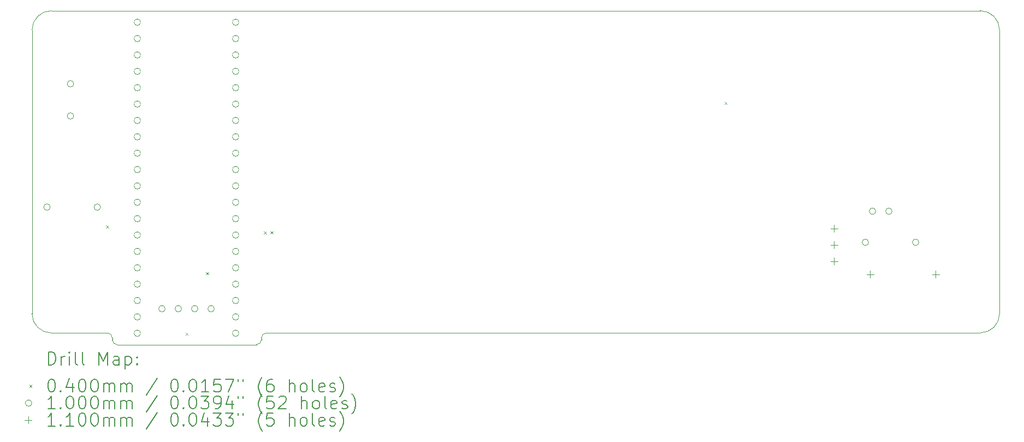
<source format=gbr>
%FSLAX45Y45*%
G04 Gerber Fmt 4.5, Leading zero omitted, Abs format (unit mm)*
G04 Created by KiCad (PCBNEW (6.0.1-0)) date 2023-03-21 08:55:24*
%MOMM*%
%LPD*%
G01*
G04 APERTURE LIST*
%TA.AperFunction,Profile*%
%ADD10C,0.050000*%
%TD*%
%ADD11C,0.200000*%
%ADD12C,0.040000*%
%ADD13C,0.100000*%
%ADD14C,0.110000*%
G04 APERTURE END LIST*
D10*
X6477000Y-9399000D02*
X6477000Y-4999000D01*
X7645400Y-9699000D02*
X6777000Y-9699000D01*
X6777000Y-4699000D02*
X21177000Y-4699000D01*
X6777000Y-4699000D02*
G75*
G03*
X6477000Y-4999000I0J-300000D01*
G01*
X9956800Y-9880600D02*
G75*
G03*
X10033000Y-9804400I0J76200D01*
G01*
X10033000Y-9804400D02*
X10033000Y-9775200D01*
X7797800Y-9880600D02*
X9956800Y-9880600D01*
X21177000Y-9699000D02*
X10109200Y-9699000D01*
X10109200Y-9699000D02*
G75*
G03*
X10033000Y-9775200I0J-76200D01*
G01*
X21477000Y-4999000D02*
G75*
G03*
X21177000Y-4699000I-300000J0D01*
G01*
X21177000Y-9699000D02*
G75*
G03*
X21477000Y-9399000I0J300000D01*
G01*
X6477000Y-9399000D02*
G75*
G03*
X6777000Y-9699000I300000J0D01*
G01*
X21477000Y-4999000D02*
X21477000Y-9399000D01*
X7721600Y-9804400D02*
G75*
G03*
X7797800Y-9880600I76200J0D01*
G01*
X7721600Y-9775200D02*
G75*
G03*
X7645400Y-9699000I-76200J0D01*
G01*
X7721600Y-9775200D02*
X7721600Y-9804400D01*
D11*
D12*
X7625400Y-8031800D02*
X7665400Y-8071800D01*
X7665400Y-8031800D02*
X7625400Y-8071800D01*
X8857300Y-9695500D02*
X8897300Y-9735500D01*
X8897300Y-9695500D02*
X8857300Y-9735500D01*
X9174800Y-8755700D02*
X9214800Y-8795700D01*
X9214800Y-8755700D02*
X9174800Y-8795700D01*
X10074445Y-8123720D02*
X10114445Y-8163720D01*
X10114445Y-8123720D02*
X10074445Y-8163720D01*
X10174340Y-8120403D02*
X10214340Y-8160403D01*
X10214340Y-8120403D02*
X10174340Y-8160403D01*
X17213900Y-6114100D02*
X17253900Y-6154100D01*
X17253900Y-6114100D02*
X17213900Y-6154100D01*
D13*
X6759300Y-7747000D02*
G75*
G03*
X6759300Y-7747000I-50000J0D01*
G01*
X7123900Y-5833078D02*
G75*
G03*
X7123900Y-5833078I-50000J0D01*
G01*
X7123900Y-6333078D02*
G75*
G03*
X7123900Y-6333078I-50000J0D01*
G01*
X7539300Y-7747000D02*
G75*
G03*
X7539300Y-7747000I-50000J0D01*
G01*
X8160000Y-4876800D02*
G75*
G03*
X8160000Y-4876800I-50000J0D01*
G01*
X8160000Y-5130800D02*
G75*
G03*
X8160000Y-5130800I-50000J0D01*
G01*
X8160000Y-5384800D02*
G75*
G03*
X8160000Y-5384800I-50000J0D01*
G01*
X8160000Y-5638800D02*
G75*
G03*
X8160000Y-5638800I-50000J0D01*
G01*
X8160000Y-5892800D02*
G75*
G03*
X8160000Y-5892800I-50000J0D01*
G01*
X8160000Y-6146800D02*
G75*
G03*
X8160000Y-6146800I-50000J0D01*
G01*
X8160000Y-6400800D02*
G75*
G03*
X8160000Y-6400800I-50000J0D01*
G01*
X8160000Y-6654800D02*
G75*
G03*
X8160000Y-6654800I-50000J0D01*
G01*
X8160000Y-6908800D02*
G75*
G03*
X8160000Y-6908800I-50000J0D01*
G01*
X8160000Y-7162800D02*
G75*
G03*
X8160000Y-7162800I-50000J0D01*
G01*
X8160000Y-7416800D02*
G75*
G03*
X8160000Y-7416800I-50000J0D01*
G01*
X8160000Y-7670800D02*
G75*
G03*
X8160000Y-7670800I-50000J0D01*
G01*
X8160000Y-7924800D02*
G75*
G03*
X8160000Y-7924800I-50000J0D01*
G01*
X8160000Y-8178800D02*
G75*
G03*
X8160000Y-8178800I-50000J0D01*
G01*
X8160000Y-8432800D02*
G75*
G03*
X8160000Y-8432800I-50000J0D01*
G01*
X8160000Y-8686800D02*
G75*
G03*
X8160000Y-8686800I-50000J0D01*
G01*
X8160000Y-8940800D02*
G75*
G03*
X8160000Y-8940800I-50000J0D01*
G01*
X8160000Y-9194800D02*
G75*
G03*
X8160000Y-9194800I-50000J0D01*
G01*
X8160000Y-9448800D02*
G75*
G03*
X8160000Y-9448800I-50000J0D01*
G01*
X8160000Y-9702800D02*
G75*
G03*
X8160000Y-9702800I-50000J0D01*
G01*
X8541200Y-9321700D02*
G75*
G03*
X8541200Y-9321700I-50000J0D01*
G01*
X8795200Y-9321700D02*
G75*
G03*
X8795200Y-9321700I-50000J0D01*
G01*
X9049200Y-9321700D02*
G75*
G03*
X9049200Y-9321700I-50000J0D01*
G01*
X9303200Y-9321700D02*
G75*
G03*
X9303200Y-9321700I-50000J0D01*
G01*
X9684000Y-4876800D02*
G75*
G03*
X9684000Y-4876800I-50000J0D01*
G01*
X9684000Y-5130800D02*
G75*
G03*
X9684000Y-5130800I-50000J0D01*
G01*
X9684000Y-5384800D02*
G75*
G03*
X9684000Y-5384800I-50000J0D01*
G01*
X9684000Y-5638800D02*
G75*
G03*
X9684000Y-5638800I-50000J0D01*
G01*
X9684000Y-5892800D02*
G75*
G03*
X9684000Y-5892800I-50000J0D01*
G01*
X9684000Y-6146800D02*
G75*
G03*
X9684000Y-6146800I-50000J0D01*
G01*
X9684000Y-6400800D02*
G75*
G03*
X9684000Y-6400800I-50000J0D01*
G01*
X9684000Y-6654800D02*
G75*
G03*
X9684000Y-6654800I-50000J0D01*
G01*
X9684000Y-6908800D02*
G75*
G03*
X9684000Y-6908800I-50000J0D01*
G01*
X9684000Y-7162800D02*
G75*
G03*
X9684000Y-7162800I-50000J0D01*
G01*
X9684000Y-7416800D02*
G75*
G03*
X9684000Y-7416800I-50000J0D01*
G01*
X9684000Y-7670800D02*
G75*
G03*
X9684000Y-7670800I-50000J0D01*
G01*
X9684000Y-7924800D02*
G75*
G03*
X9684000Y-7924800I-50000J0D01*
G01*
X9684000Y-8178800D02*
G75*
G03*
X9684000Y-8178800I-50000J0D01*
G01*
X9684000Y-8432800D02*
G75*
G03*
X9684000Y-8432800I-50000J0D01*
G01*
X9684000Y-8686800D02*
G75*
G03*
X9684000Y-8686800I-50000J0D01*
G01*
X9684000Y-8940800D02*
G75*
G03*
X9684000Y-8940800I-50000J0D01*
G01*
X9684000Y-9194800D02*
G75*
G03*
X9684000Y-9194800I-50000J0D01*
G01*
X9684000Y-9448800D02*
G75*
G03*
X9684000Y-9448800I-50000J0D01*
G01*
X9684000Y-9702800D02*
G75*
G03*
X9684000Y-9702800I-50000J0D01*
G01*
X19446600Y-8293100D02*
G75*
G03*
X19446600Y-8293100I-50000J0D01*
G01*
X19556700Y-7810500D02*
G75*
G03*
X19556700Y-7810500I-50000J0D01*
G01*
X19810700Y-7810500D02*
G75*
G03*
X19810700Y-7810500I-50000J0D01*
G01*
X20226600Y-8293100D02*
G75*
G03*
X20226600Y-8293100I-50000J0D01*
G01*
D14*
X18910300Y-8022200D02*
X18910300Y-8132200D01*
X18855300Y-8077200D02*
X18965300Y-8077200D01*
X18910300Y-8276200D02*
X18910300Y-8386200D01*
X18855300Y-8331200D02*
X18965300Y-8331200D01*
X18910300Y-8530200D02*
X18910300Y-8640200D01*
X18855300Y-8585200D02*
X18965300Y-8585200D01*
X19469100Y-8733400D02*
X19469100Y-8843400D01*
X19414100Y-8788400D02*
X19524100Y-8788400D01*
X20485100Y-8733400D02*
X20485100Y-8843400D01*
X20430100Y-8788400D02*
X20540100Y-8788400D01*
D11*
X6732119Y-10193576D02*
X6732119Y-9993576D01*
X6779738Y-9993576D01*
X6808309Y-10003100D01*
X6827357Y-10022148D01*
X6836881Y-10041195D01*
X6846405Y-10079290D01*
X6846405Y-10107862D01*
X6836881Y-10145957D01*
X6827357Y-10165005D01*
X6808309Y-10184052D01*
X6779738Y-10193576D01*
X6732119Y-10193576D01*
X6932119Y-10193576D02*
X6932119Y-10060243D01*
X6932119Y-10098338D02*
X6941643Y-10079290D01*
X6951167Y-10069767D01*
X6970214Y-10060243D01*
X6989262Y-10060243D01*
X7055928Y-10193576D02*
X7055928Y-10060243D01*
X7055928Y-9993576D02*
X7046405Y-10003100D01*
X7055928Y-10012624D01*
X7065452Y-10003100D01*
X7055928Y-9993576D01*
X7055928Y-10012624D01*
X7179738Y-10193576D02*
X7160690Y-10184052D01*
X7151167Y-10165005D01*
X7151167Y-9993576D01*
X7284500Y-10193576D02*
X7265452Y-10184052D01*
X7255928Y-10165005D01*
X7255928Y-9993576D01*
X7513071Y-10193576D02*
X7513071Y-9993576D01*
X7579738Y-10136433D01*
X7646405Y-9993576D01*
X7646405Y-10193576D01*
X7827357Y-10193576D02*
X7827357Y-10088814D01*
X7817833Y-10069767D01*
X7798786Y-10060243D01*
X7760690Y-10060243D01*
X7741643Y-10069767D01*
X7827357Y-10184052D02*
X7808309Y-10193576D01*
X7760690Y-10193576D01*
X7741643Y-10184052D01*
X7732119Y-10165005D01*
X7732119Y-10145957D01*
X7741643Y-10126910D01*
X7760690Y-10117386D01*
X7808309Y-10117386D01*
X7827357Y-10107862D01*
X7922595Y-10060243D02*
X7922595Y-10260243D01*
X7922595Y-10069767D02*
X7941643Y-10060243D01*
X7979738Y-10060243D01*
X7998786Y-10069767D01*
X8008309Y-10079290D01*
X8017833Y-10098338D01*
X8017833Y-10155481D01*
X8008309Y-10174529D01*
X7998786Y-10184052D01*
X7979738Y-10193576D01*
X7941643Y-10193576D01*
X7922595Y-10184052D01*
X8103548Y-10174529D02*
X8113071Y-10184052D01*
X8103548Y-10193576D01*
X8094024Y-10184052D01*
X8103548Y-10174529D01*
X8103548Y-10193576D01*
X8103548Y-10069767D02*
X8113071Y-10079290D01*
X8103548Y-10088814D01*
X8094024Y-10079290D01*
X8103548Y-10069767D01*
X8103548Y-10088814D01*
D12*
X6434500Y-10503100D02*
X6474500Y-10543100D01*
X6474500Y-10503100D02*
X6434500Y-10543100D01*
D11*
X6770214Y-10413576D02*
X6789262Y-10413576D01*
X6808309Y-10423100D01*
X6817833Y-10432624D01*
X6827357Y-10451671D01*
X6836881Y-10489767D01*
X6836881Y-10537386D01*
X6827357Y-10575481D01*
X6817833Y-10594529D01*
X6808309Y-10604052D01*
X6789262Y-10613576D01*
X6770214Y-10613576D01*
X6751167Y-10604052D01*
X6741643Y-10594529D01*
X6732119Y-10575481D01*
X6722595Y-10537386D01*
X6722595Y-10489767D01*
X6732119Y-10451671D01*
X6741643Y-10432624D01*
X6751167Y-10423100D01*
X6770214Y-10413576D01*
X6922595Y-10594529D02*
X6932119Y-10604052D01*
X6922595Y-10613576D01*
X6913071Y-10604052D01*
X6922595Y-10594529D01*
X6922595Y-10613576D01*
X7103548Y-10480243D02*
X7103548Y-10613576D01*
X7055928Y-10404052D02*
X7008309Y-10546910D01*
X7132119Y-10546910D01*
X7246405Y-10413576D02*
X7265452Y-10413576D01*
X7284500Y-10423100D01*
X7294024Y-10432624D01*
X7303548Y-10451671D01*
X7313071Y-10489767D01*
X7313071Y-10537386D01*
X7303548Y-10575481D01*
X7294024Y-10594529D01*
X7284500Y-10604052D01*
X7265452Y-10613576D01*
X7246405Y-10613576D01*
X7227357Y-10604052D01*
X7217833Y-10594529D01*
X7208309Y-10575481D01*
X7198786Y-10537386D01*
X7198786Y-10489767D01*
X7208309Y-10451671D01*
X7217833Y-10432624D01*
X7227357Y-10423100D01*
X7246405Y-10413576D01*
X7436881Y-10413576D02*
X7455928Y-10413576D01*
X7474976Y-10423100D01*
X7484500Y-10432624D01*
X7494024Y-10451671D01*
X7503548Y-10489767D01*
X7503548Y-10537386D01*
X7494024Y-10575481D01*
X7484500Y-10594529D01*
X7474976Y-10604052D01*
X7455928Y-10613576D01*
X7436881Y-10613576D01*
X7417833Y-10604052D01*
X7408309Y-10594529D01*
X7398786Y-10575481D01*
X7389262Y-10537386D01*
X7389262Y-10489767D01*
X7398786Y-10451671D01*
X7408309Y-10432624D01*
X7417833Y-10423100D01*
X7436881Y-10413576D01*
X7589262Y-10613576D02*
X7589262Y-10480243D01*
X7589262Y-10499290D02*
X7598786Y-10489767D01*
X7617833Y-10480243D01*
X7646405Y-10480243D01*
X7665452Y-10489767D01*
X7674976Y-10508814D01*
X7674976Y-10613576D01*
X7674976Y-10508814D02*
X7684500Y-10489767D01*
X7703548Y-10480243D01*
X7732119Y-10480243D01*
X7751167Y-10489767D01*
X7760690Y-10508814D01*
X7760690Y-10613576D01*
X7855928Y-10613576D02*
X7855928Y-10480243D01*
X7855928Y-10499290D02*
X7865452Y-10489767D01*
X7884500Y-10480243D01*
X7913071Y-10480243D01*
X7932119Y-10489767D01*
X7941643Y-10508814D01*
X7941643Y-10613576D01*
X7941643Y-10508814D02*
X7951167Y-10489767D01*
X7970214Y-10480243D01*
X7998786Y-10480243D01*
X8017833Y-10489767D01*
X8027357Y-10508814D01*
X8027357Y-10613576D01*
X8417833Y-10404052D02*
X8246405Y-10661195D01*
X8674976Y-10413576D02*
X8694024Y-10413576D01*
X8713071Y-10423100D01*
X8722595Y-10432624D01*
X8732119Y-10451671D01*
X8741643Y-10489767D01*
X8741643Y-10537386D01*
X8732119Y-10575481D01*
X8722595Y-10594529D01*
X8713071Y-10604052D01*
X8694024Y-10613576D01*
X8674976Y-10613576D01*
X8655929Y-10604052D01*
X8646405Y-10594529D01*
X8636881Y-10575481D01*
X8627357Y-10537386D01*
X8627357Y-10489767D01*
X8636881Y-10451671D01*
X8646405Y-10432624D01*
X8655929Y-10423100D01*
X8674976Y-10413576D01*
X8827357Y-10594529D02*
X8836881Y-10604052D01*
X8827357Y-10613576D01*
X8817833Y-10604052D01*
X8827357Y-10594529D01*
X8827357Y-10613576D01*
X8960690Y-10413576D02*
X8979738Y-10413576D01*
X8998786Y-10423100D01*
X9008310Y-10432624D01*
X9017833Y-10451671D01*
X9027357Y-10489767D01*
X9027357Y-10537386D01*
X9017833Y-10575481D01*
X9008310Y-10594529D01*
X8998786Y-10604052D01*
X8979738Y-10613576D01*
X8960690Y-10613576D01*
X8941643Y-10604052D01*
X8932119Y-10594529D01*
X8922595Y-10575481D01*
X8913071Y-10537386D01*
X8913071Y-10489767D01*
X8922595Y-10451671D01*
X8932119Y-10432624D01*
X8941643Y-10423100D01*
X8960690Y-10413576D01*
X9217833Y-10613576D02*
X9103548Y-10613576D01*
X9160690Y-10613576D02*
X9160690Y-10413576D01*
X9141643Y-10442148D01*
X9122595Y-10461195D01*
X9103548Y-10470719D01*
X9398786Y-10413576D02*
X9303548Y-10413576D01*
X9294024Y-10508814D01*
X9303548Y-10499290D01*
X9322595Y-10489767D01*
X9370214Y-10489767D01*
X9389262Y-10499290D01*
X9398786Y-10508814D01*
X9408310Y-10527862D01*
X9408310Y-10575481D01*
X9398786Y-10594529D01*
X9389262Y-10604052D01*
X9370214Y-10613576D01*
X9322595Y-10613576D01*
X9303548Y-10604052D01*
X9294024Y-10594529D01*
X9474976Y-10413576D02*
X9608310Y-10413576D01*
X9522595Y-10613576D01*
X9674976Y-10413576D02*
X9674976Y-10451671D01*
X9751167Y-10413576D02*
X9751167Y-10451671D01*
X10046405Y-10689767D02*
X10036881Y-10680243D01*
X10017833Y-10651671D01*
X10008310Y-10632624D01*
X9998786Y-10604052D01*
X9989262Y-10556433D01*
X9989262Y-10518338D01*
X9998786Y-10470719D01*
X10008310Y-10442148D01*
X10017833Y-10423100D01*
X10036881Y-10394529D01*
X10046405Y-10385005D01*
X10208310Y-10413576D02*
X10170214Y-10413576D01*
X10151167Y-10423100D01*
X10141643Y-10432624D01*
X10122595Y-10461195D01*
X10113071Y-10499290D01*
X10113071Y-10575481D01*
X10122595Y-10594529D01*
X10132119Y-10604052D01*
X10151167Y-10613576D01*
X10189262Y-10613576D01*
X10208310Y-10604052D01*
X10217833Y-10594529D01*
X10227357Y-10575481D01*
X10227357Y-10527862D01*
X10217833Y-10508814D01*
X10208310Y-10499290D01*
X10189262Y-10489767D01*
X10151167Y-10489767D01*
X10132119Y-10499290D01*
X10122595Y-10508814D01*
X10113071Y-10527862D01*
X10465452Y-10613576D02*
X10465452Y-10413576D01*
X10551167Y-10613576D02*
X10551167Y-10508814D01*
X10541643Y-10489767D01*
X10522595Y-10480243D01*
X10494024Y-10480243D01*
X10474976Y-10489767D01*
X10465452Y-10499290D01*
X10674976Y-10613576D02*
X10655929Y-10604052D01*
X10646405Y-10594529D01*
X10636881Y-10575481D01*
X10636881Y-10518338D01*
X10646405Y-10499290D01*
X10655929Y-10489767D01*
X10674976Y-10480243D01*
X10703548Y-10480243D01*
X10722595Y-10489767D01*
X10732119Y-10499290D01*
X10741643Y-10518338D01*
X10741643Y-10575481D01*
X10732119Y-10594529D01*
X10722595Y-10604052D01*
X10703548Y-10613576D01*
X10674976Y-10613576D01*
X10855929Y-10613576D02*
X10836881Y-10604052D01*
X10827357Y-10585005D01*
X10827357Y-10413576D01*
X11008310Y-10604052D02*
X10989262Y-10613576D01*
X10951167Y-10613576D01*
X10932119Y-10604052D01*
X10922595Y-10585005D01*
X10922595Y-10508814D01*
X10932119Y-10489767D01*
X10951167Y-10480243D01*
X10989262Y-10480243D01*
X11008310Y-10489767D01*
X11017833Y-10508814D01*
X11017833Y-10527862D01*
X10922595Y-10546910D01*
X11094024Y-10604052D02*
X11113071Y-10613576D01*
X11151167Y-10613576D01*
X11170214Y-10604052D01*
X11179738Y-10585005D01*
X11179738Y-10575481D01*
X11170214Y-10556433D01*
X11151167Y-10546910D01*
X11122595Y-10546910D01*
X11103548Y-10537386D01*
X11094024Y-10518338D01*
X11094024Y-10508814D01*
X11103548Y-10489767D01*
X11122595Y-10480243D01*
X11151167Y-10480243D01*
X11170214Y-10489767D01*
X11246405Y-10689767D02*
X11255928Y-10680243D01*
X11274976Y-10651671D01*
X11284500Y-10632624D01*
X11294024Y-10604052D01*
X11303548Y-10556433D01*
X11303548Y-10518338D01*
X11294024Y-10470719D01*
X11284500Y-10442148D01*
X11274976Y-10423100D01*
X11255928Y-10394529D01*
X11246405Y-10385005D01*
D13*
X6474500Y-10787100D02*
G75*
G03*
X6474500Y-10787100I-50000J0D01*
G01*
D11*
X6836881Y-10877576D02*
X6722595Y-10877576D01*
X6779738Y-10877576D02*
X6779738Y-10677576D01*
X6760690Y-10706148D01*
X6741643Y-10725195D01*
X6722595Y-10734719D01*
X6922595Y-10858529D02*
X6932119Y-10868052D01*
X6922595Y-10877576D01*
X6913071Y-10868052D01*
X6922595Y-10858529D01*
X6922595Y-10877576D01*
X7055928Y-10677576D02*
X7074976Y-10677576D01*
X7094024Y-10687100D01*
X7103548Y-10696624D01*
X7113071Y-10715671D01*
X7122595Y-10753767D01*
X7122595Y-10801386D01*
X7113071Y-10839481D01*
X7103548Y-10858529D01*
X7094024Y-10868052D01*
X7074976Y-10877576D01*
X7055928Y-10877576D01*
X7036881Y-10868052D01*
X7027357Y-10858529D01*
X7017833Y-10839481D01*
X7008309Y-10801386D01*
X7008309Y-10753767D01*
X7017833Y-10715671D01*
X7027357Y-10696624D01*
X7036881Y-10687100D01*
X7055928Y-10677576D01*
X7246405Y-10677576D02*
X7265452Y-10677576D01*
X7284500Y-10687100D01*
X7294024Y-10696624D01*
X7303548Y-10715671D01*
X7313071Y-10753767D01*
X7313071Y-10801386D01*
X7303548Y-10839481D01*
X7294024Y-10858529D01*
X7284500Y-10868052D01*
X7265452Y-10877576D01*
X7246405Y-10877576D01*
X7227357Y-10868052D01*
X7217833Y-10858529D01*
X7208309Y-10839481D01*
X7198786Y-10801386D01*
X7198786Y-10753767D01*
X7208309Y-10715671D01*
X7217833Y-10696624D01*
X7227357Y-10687100D01*
X7246405Y-10677576D01*
X7436881Y-10677576D02*
X7455928Y-10677576D01*
X7474976Y-10687100D01*
X7484500Y-10696624D01*
X7494024Y-10715671D01*
X7503548Y-10753767D01*
X7503548Y-10801386D01*
X7494024Y-10839481D01*
X7484500Y-10858529D01*
X7474976Y-10868052D01*
X7455928Y-10877576D01*
X7436881Y-10877576D01*
X7417833Y-10868052D01*
X7408309Y-10858529D01*
X7398786Y-10839481D01*
X7389262Y-10801386D01*
X7389262Y-10753767D01*
X7398786Y-10715671D01*
X7408309Y-10696624D01*
X7417833Y-10687100D01*
X7436881Y-10677576D01*
X7589262Y-10877576D02*
X7589262Y-10744243D01*
X7589262Y-10763290D02*
X7598786Y-10753767D01*
X7617833Y-10744243D01*
X7646405Y-10744243D01*
X7665452Y-10753767D01*
X7674976Y-10772814D01*
X7674976Y-10877576D01*
X7674976Y-10772814D02*
X7684500Y-10753767D01*
X7703548Y-10744243D01*
X7732119Y-10744243D01*
X7751167Y-10753767D01*
X7760690Y-10772814D01*
X7760690Y-10877576D01*
X7855928Y-10877576D02*
X7855928Y-10744243D01*
X7855928Y-10763290D02*
X7865452Y-10753767D01*
X7884500Y-10744243D01*
X7913071Y-10744243D01*
X7932119Y-10753767D01*
X7941643Y-10772814D01*
X7941643Y-10877576D01*
X7941643Y-10772814D02*
X7951167Y-10753767D01*
X7970214Y-10744243D01*
X7998786Y-10744243D01*
X8017833Y-10753767D01*
X8027357Y-10772814D01*
X8027357Y-10877576D01*
X8417833Y-10668052D02*
X8246405Y-10925195D01*
X8674976Y-10677576D02*
X8694024Y-10677576D01*
X8713071Y-10687100D01*
X8722595Y-10696624D01*
X8732119Y-10715671D01*
X8741643Y-10753767D01*
X8741643Y-10801386D01*
X8732119Y-10839481D01*
X8722595Y-10858529D01*
X8713071Y-10868052D01*
X8694024Y-10877576D01*
X8674976Y-10877576D01*
X8655929Y-10868052D01*
X8646405Y-10858529D01*
X8636881Y-10839481D01*
X8627357Y-10801386D01*
X8627357Y-10753767D01*
X8636881Y-10715671D01*
X8646405Y-10696624D01*
X8655929Y-10687100D01*
X8674976Y-10677576D01*
X8827357Y-10858529D02*
X8836881Y-10868052D01*
X8827357Y-10877576D01*
X8817833Y-10868052D01*
X8827357Y-10858529D01*
X8827357Y-10877576D01*
X8960690Y-10677576D02*
X8979738Y-10677576D01*
X8998786Y-10687100D01*
X9008310Y-10696624D01*
X9017833Y-10715671D01*
X9027357Y-10753767D01*
X9027357Y-10801386D01*
X9017833Y-10839481D01*
X9008310Y-10858529D01*
X8998786Y-10868052D01*
X8979738Y-10877576D01*
X8960690Y-10877576D01*
X8941643Y-10868052D01*
X8932119Y-10858529D01*
X8922595Y-10839481D01*
X8913071Y-10801386D01*
X8913071Y-10753767D01*
X8922595Y-10715671D01*
X8932119Y-10696624D01*
X8941643Y-10687100D01*
X8960690Y-10677576D01*
X9094024Y-10677576D02*
X9217833Y-10677576D01*
X9151167Y-10753767D01*
X9179738Y-10753767D01*
X9198786Y-10763290D01*
X9208310Y-10772814D01*
X9217833Y-10791862D01*
X9217833Y-10839481D01*
X9208310Y-10858529D01*
X9198786Y-10868052D01*
X9179738Y-10877576D01*
X9122595Y-10877576D01*
X9103548Y-10868052D01*
X9094024Y-10858529D01*
X9313071Y-10877576D02*
X9351167Y-10877576D01*
X9370214Y-10868052D01*
X9379738Y-10858529D01*
X9398786Y-10829957D01*
X9408310Y-10791862D01*
X9408310Y-10715671D01*
X9398786Y-10696624D01*
X9389262Y-10687100D01*
X9370214Y-10677576D01*
X9332119Y-10677576D01*
X9313071Y-10687100D01*
X9303548Y-10696624D01*
X9294024Y-10715671D01*
X9294024Y-10763290D01*
X9303548Y-10782338D01*
X9313071Y-10791862D01*
X9332119Y-10801386D01*
X9370214Y-10801386D01*
X9389262Y-10791862D01*
X9398786Y-10782338D01*
X9408310Y-10763290D01*
X9579738Y-10744243D02*
X9579738Y-10877576D01*
X9532119Y-10668052D02*
X9484500Y-10810910D01*
X9608310Y-10810910D01*
X9674976Y-10677576D02*
X9674976Y-10715671D01*
X9751167Y-10677576D02*
X9751167Y-10715671D01*
X10046405Y-10953767D02*
X10036881Y-10944243D01*
X10017833Y-10915671D01*
X10008310Y-10896624D01*
X9998786Y-10868052D01*
X9989262Y-10820433D01*
X9989262Y-10782338D01*
X9998786Y-10734719D01*
X10008310Y-10706148D01*
X10017833Y-10687100D01*
X10036881Y-10658529D01*
X10046405Y-10649005D01*
X10217833Y-10677576D02*
X10122595Y-10677576D01*
X10113071Y-10772814D01*
X10122595Y-10763290D01*
X10141643Y-10753767D01*
X10189262Y-10753767D01*
X10208310Y-10763290D01*
X10217833Y-10772814D01*
X10227357Y-10791862D01*
X10227357Y-10839481D01*
X10217833Y-10858529D01*
X10208310Y-10868052D01*
X10189262Y-10877576D01*
X10141643Y-10877576D01*
X10122595Y-10868052D01*
X10113071Y-10858529D01*
X10303548Y-10696624D02*
X10313071Y-10687100D01*
X10332119Y-10677576D01*
X10379738Y-10677576D01*
X10398786Y-10687100D01*
X10408310Y-10696624D01*
X10417833Y-10715671D01*
X10417833Y-10734719D01*
X10408310Y-10763290D01*
X10294024Y-10877576D01*
X10417833Y-10877576D01*
X10655929Y-10877576D02*
X10655929Y-10677576D01*
X10741643Y-10877576D02*
X10741643Y-10772814D01*
X10732119Y-10753767D01*
X10713071Y-10744243D01*
X10684500Y-10744243D01*
X10665452Y-10753767D01*
X10655929Y-10763290D01*
X10865452Y-10877576D02*
X10846405Y-10868052D01*
X10836881Y-10858529D01*
X10827357Y-10839481D01*
X10827357Y-10782338D01*
X10836881Y-10763290D01*
X10846405Y-10753767D01*
X10865452Y-10744243D01*
X10894024Y-10744243D01*
X10913071Y-10753767D01*
X10922595Y-10763290D01*
X10932119Y-10782338D01*
X10932119Y-10839481D01*
X10922595Y-10858529D01*
X10913071Y-10868052D01*
X10894024Y-10877576D01*
X10865452Y-10877576D01*
X11046405Y-10877576D02*
X11027357Y-10868052D01*
X11017833Y-10849005D01*
X11017833Y-10677576D01*
X11198786Y-10868052D02*
X11179738Y-10877576D01*
X11141643Y-10877576D01*
X11122595Y-10868052D01*
X11113071Y-10849005D01*
X11113071Y-10772814D01*
X11122595Y-10753767D01*
X11141643Y-10744243D01*
X11179738Y-10744243D01*
X11198786Y-10753767D01*
X11208309Y-10772814D01*
X11208309Y-10791862D01*
X11113071Y-10810910D01*
X11284500Y-10868052D02*
X11303548Y-10877576D01*
X11341643Y-10877576D01*
X11360690Y-10868052D01*
X11370214Y-10849005D01*
X11370214Y-10839481D01*
X11360690Y-10820433D01*
X11341643Y-10810910D01*
X11313071Y-10810910D01*
X11294024Y-10801386D01*
X11284500Y-10782338D01*
X11284500Y-10772814D01*
X11294024Y-10753767D01*
X11313071Y-10744243D01*
X11341643Y-10744243D01*
X11360690Y-10753767D01*
X11436881Y-10953767D02*
X11446405Y-10944243D01*
X11465452Y-10915671D01*
X11474976Y-10896624D01*
X11484500Y-10868052D01*
X11494024Y-10820433D01*
X11494024Y-10782338D01*
X11484500Y-10734719D01*
X11474976Y-10706148D01*
X11465452Y-10687100D01*
X11446405Y-10658529D01*
X11436881Y-10649005D01*
D14*
X6419500Y-10996100D02*
X6419500Y-11106100D01*
X6364500Y-11051100D02*
X6474500Y-11051100D01*
D11*
X6836881Y-11141576D02*
X6722595Y-11141576D01*
X6779738Y-11141576D02*
X6779738Y-10941576D01*
X6760690Y-10970148D01*
X6741643Y-10989195D01*
X6722595Y-10998719D01*
X6922595Y-11122529D02*
X6932119Y-11132052D01*
X6922595Y-11141576D01*
X6913071Y-11132052D01*
X6922595Y-11122529D01*
X6922595Y-11141576D01*
X7122595Y-11141576D02*
X7008309Y-11141576D01*
X7065452Y-11141576D02*
X7065452Y-10941576D01*
X7046405Y-10970148D01*
X7027357Y-10989195D01*
X7008309Y-10998719D01*
X7246405Y-10941576D02*
X7265452Y-10941576D01*
X7284500Y-10951100D01*
X7294024Y-10960624D01*
X7303548Y-10979671D01*
X7313071Y-11017767D01*
X7313071Y-11065386D01*
X7303548Y-11103481D01*
X7294024Y-11122529D01*
X7284500Y-11132052D01*
X7265452Y-11141576D01*
X7246405Y-11141576D01*
X7227357Y-11132052D01*
X7217833Y-11122529D01*
X7208309Y-11103481D01*
X7198786Y-11065386D01*
X7198786Y-11017767D01*
X7208309Y-10979671D01*
X7217833Y-10960624D01*
X7227357Y-10951100D01*
X7246405Y-10941576D01*
X7436881Y-10941576D02*
X7455928Y-10941576D01*
X7474976Y-10951100D01*
X7484500Y-10960624D01*
X7494024Y-10979671D01*
X7503548Y-11017767D01*
X7503548Y-11065386D01*
X7494024Y-11103481D01*
X7484500Y-11122529D01*
X7474976Y-11132052D01*
X7455928Y-11141576D01*
X7436881Y-11141576D01*
X7417833Y-11132052D01*
X7408309Y-11122529D01*
X7398786Y-11103481D01*
X7389262Y-11065386D01*
X7389262Y-11017767D01*
X7398786Y-10979671D01*
X7408309Y-10960624D01*
X7417833Y-10951100D01*
X7436881Y-10941576D01*
X7589262Y-11141576D02*
X7589262Y-11008243D01*
X7589262Y-11027290D02*
X7598786Y-11017767D01*
X7617833Y-11008243D01*
X7646405Y-11008243D01*
X7665452Y-11017767D01*
X7674976Y-11036814D01*
X7674976Y-11141576D01*
X7674976Y-11036814D02*
X7684500Y-11017767D01*
X7703548Y-11008243D01*
X7732119Y-11008243D01*
X7751167Y-11017767D01*
X7760690Y-11036814D01*
X7760690Y-11141576D01*
X7855928Y-11141576D02*
X7855928Y-11008243D01*
X7855928Y-11027290D02*
X7865452Y-11017767D01*
X7884500Y-11008243D01*
X7913071Y-11008243D01*
X7932119Y-11017767D01*
X7941643Y-11036814D01*
X7941643Y-11141576D01*
X7941643Y-11036814D02*
X7951167Y-11017767D01*
X7970214Y-11008243D01*
X7998786Y-11008243D01*
X8017833Y-11017767D01*
X8027357Y-11036814D01*
X8027357Y-11141576D01*
X8417833Y-10932052D02*
X8246405Y-11189195D01*
X8674976Y-10941576D02*
X8694024Y-10941576D01*
X8713071Y-10951100D01*
X8722595Y-10960624D01*
X8732119Y-10979671D01*
X8741643Y-11017767D01*
X8741643Y-11065386D01*
X8732119Y-11103481D01*
X8722595Y-11122529D01*
X8713071Y-11132052D01*
X8694024Y-11141576D01*
X8674976Y-11141576D01*
X8655929Y-11132052D01*
X8646405Y-11122529D01*
X8636881Y-11103481D01*
X8627357Y-11065386D01*
X8627357Y-11017767D01*
X8636881Y-10979671D01*
X8646405Y-10960624D01*
X8655929Y-10951100D01*
X8674976Y-10941576D01*
X8827357Y-11122529D02*
X8836881Y-11132052D01*
X8827357Y-11141576D01*
X8817833Y-11132052D01*
X8827357Y-11122529D01*
X8827357Y-11141576D01*
X8960690Y-10941576D02*
X8979738Y-10941576D01*
X8998786Y-10951100D01*
X9008310Y-10960624D01*
X9017833Y-10979671D01*
X9027357Y-11017767D01*
X9027357Y-11065386D01*
X9017833Y-11103481D01*
X9008310Y-11122529D01*
X8998786Y-11132052D01*
X8979738Y-11141576D01*
X8960690Y-11141576D01*
X8941643Y-11132052D01*
X8932119Y-11122529D01*
X8922595Y-11103481D01*
X8913071Y-11065386D01*
X8913071Y-11017767D01*
X8922595Y-10979671D01*
X8932119Y-10960624D01*
X8941643Y-10951100D01*
X8960690Y-10941576D01*
X9198786Y-11008243D02*
X9198786Y-11141576D01*
X9151167Y-10932052D02*
X9103548Y-11074910D01*
X9227357Y-11074910D01*
X9284500Y-10941576D02*
X9408310Y-10941576D01*
X9341643Y-11017767D01*
X9370214Y-11017767D01*
X9389262Y-11027290D01*
X9398786Y-11036814D01*
X9408310Y-11055862D01*
X9408310Y-11103481D01*
X9398786Y-11122529D01*
X9389262Y-11132052D01*
X9370214Y-11141576D01*
X9313071Y-11141576D01*
X9294024Y-11132052D01*
X9284500Y-11122529D01*
X9474976Y-10941576D02*
X9598786Y-10941576D01*
X9532119Y-11017767D01*
X9560690Y-11017767D01*
X9579738Y-11027290D01*
X9589262Y-11036814D01*
X9598786Y-11055862D01*
X9598786Y-11103481D01*
X9589262Y-11122529D01*
X9579738Y-11132052D01*
X9560690Y-11141576D01*
X9503548Y-11141576D01*
X9484500Y-11132052D01*
X9474976Y-11122529D01*
X9674976Y-10941576D02*
X9674976Y-10979671D01*
X9751167Y-10941576D02*
X9751167Y-10979671D01*
X10046405Y-11217767D02*
X10036881Y-11208243D01*
X10017833Y-11179671D01*
X10008310Y-11160624D01*
X9998786Y-11132052D01*
X9989262Y-11084433D01*
X9989262Y-11046338D01*
X9998786Y-10998719D01*
X10008310Y-10970148D01*
X10017833Y-10951100D01*
X10036881Y-10922529D01*
X10046405Y-10913005D01*
X10217833Y-10941576D02*
X10122595Y-10941576D01*
X10113071Y-11036814D01*
X10122595Y-11027290D01*
X10141643Y-11017767D01*
X10189262Y-11017767D01*
X10208310Y-11027290D01*
X10217833Y-11036814D01*
X10227357Y-11055862D01*
X10227357Y-11103481D01*
X10217833Y-11122529D01*
X10208310Y-11132052D01*
X10189262Y-11141576D01*
X10141643Y-11141576D01*
X10122595Y-11132052D01*
X10113071Y-11122529D01*
X10465452Y-11141576D02*
X10465452Y-10941576D01*
X10551167Y-11141576D02*
X10551167Y-11036814D01*
X10541643Y-11017767D01*
X10522595Y-11008243D01*
X10494024Y-11008243D01*
X10474976Y-11017767D01*
X10465452Y-11027290D01*
X10674976Y-11141576D02*
X10655929Y-11132052D01*
X10646405Y-11122529D01*
X10636881Y-11103481D01*
X10636881Y-11046338D01*
X10646405Y-11027290D01*
X10655929Y-11017767D01*
X10674976Y-11008243D01*
X10703548Y-11008243D01*
X10722595Y-11017767D01*
X10732119Y-11027290D01*
X10741643Y-11046338D01*
X10741643Y-11103481D01*
X10732119Y-11122529D01*
X10722595Y-11132052D01*
X10703548Y-11141576D01*
X10674976Y-11141576D01*
X10855929Y-11141576D02*
X10836881Y-11132052D01*
X10827357Y-11113005D01*
X10827357Y-10941576D01*
X11008310Y-11132052D02*
X10989262Y-11141576D01*
X10951167Y-11141576D01*
X10932119Y-11132052D01*
X10922595Y-11113005D01*
X10922595Y-11036814D01*
X10932119Y-11017767D01*
X10951167Y-11008243D01*
X10989262Y-11008243D01*
X11008310Y-11017767D01*
X11017833Y-11036814D01*
X11017833Y-11055862D01*
X10922595Y-11074910D01*
X11094024Y-11132052D02*
X11113071Y-11141576D01*
X11151167Y-11141576D01*
X11170214Y-11132052D01*
X11179738Y-11113005D01*
X11179738Y-11103481D01*
X11170214Y-11084433D01*
X11151167Y-11074910D01*
X11122595Y-11074910D01*
X11103548Y-11065386D01*
X11094024Y-11046338D01*
X11094024Y-11036814D01*
X11103548Y-11017767D01*
X11122595Y-11008243D01*
X11151167Y-11008243D01*
X11170214Y-11017767D01*
X11246405Y-11217767D02*
X11255928Y-11208243D01*
X11274976Y-11179671D01*
X11284500Y-11160624D01*
X11294024Y-11132052D01*
X11303548Y-11084433D01*
X11303548Y-11046338D01*
X11294024Y-10998719D01*
X11284500Y-10970148D01*
X11274976Y-10951100D01*
X11255928Y-10922529D01*
X11246405Y-10913005D01*
M02*

</source>
